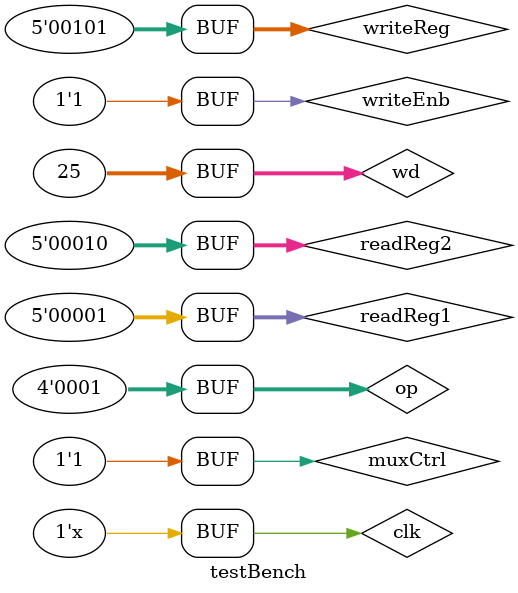
<source format=v>
module mux(inA, inB, sel, out);

input wire [31:0] inA, inB;
input wire sel;
output reg [31:0] out;

always @(sel, inA, inB)
begin
case(sel)

0:
	out <= inA;
1:
	out <= inB;
endcase
end


endmodule

module ALU(clk, data1, data2, op, shiftAmt, overflow, result);

input wire clk;
input wire signed [31:0] data1,data2;
input wire [3:0] op;
input wire [4:0] shiftAmt;
output reg overflow;
output reg signed [31:0] result;

wire [31:0] neg_data2;
assign neg_data2 = -data2;

parameter ADD = 4'b0000;
parameter SUB = 4'b0001;
parameter AND = 4'b0010;
parameter OR = 4'b0011;
parameter SHFT_L = 4'b0100;
parameter SHFT_R_L = 4'b0101;
parameter SHFT_R_A = 4'b0110;
parameter GREATER = 4'b0111;
parameter LESS = 4'b1000;

always @(posedge clk)
begin
case(op)

ADD: 
	begin	
	result <= data1 + data2;
	if(data1[31] == data2[31] && result[31] == ~data1[31])
	overflow <= 1'b1;
	else
	overflow <= 1'b0;
	end

SUB:
	begin
	result <= data1 + neg_data2;
	if(data1[31] == neg_data2[31] && result[31] == ~data1[31])
	overflow <= 1'b1;
	else
	overflow <= 1'b0;
	end
	
AND:
	result <= data1 & data2;

OR:
	result <= data1 | data2;

SHFT_L:
	result <= data1 << shiftAmt;

SHFT_R_L:
	result <= data1 >> shiftAmt;

SHFT_R_A:
	result <= data1 >>> shiftAmt;

GREATER:
	begin
	if(data1 > data2)
	result <= 1;
	else
	result <= 0;
	end

LESS:
	begin
	if(data1 < data2)
	result <= 1;
	else
	result <= 0;
	end

endcase
end

endmodule

module regFile(clk, readReg1, readReg2, writeReg, writeData, writeEnb, readData1, readData2);

input clk;
input [4:0] readReg1, readReg2, writeReg;
input [31:0] writeData;
input writeEnb;
output reg [31:0] readData1, readData2;
reg [31:0] memory[0:31];


always@(readReg1, readReg2)
begin
readData1 <= memory[readReg1];
readData2 <= memory[readReg2];
end


always @(posedge clk)
begin
if(writeEnb == 1)
memory[writeReg] <= writeData;
end

endmodule

module testBench();

reg clk;
reg [4:0] readReg1, readReg2, writeReg;
reg [31:0] wd;
reg muxCtrl, writeEnb;
reg [3:0] op;
reg [4:0] shiftAmt;
wire overflow;
wire signed [31:0] result;
wire [31:0] writeData,readData1,readData2;

mux mux1(wd, result, muxCtrl, writeData);
regFile memory(clk, readReg1, readReg2, writeReg, writeData, writeEnb, readData1, readData2);
ALU myALU(clk, readData1, readData2, op, shiftAmt, overflow, result);

always
#5 clk = ~clk;

initial 
begin

$monitor("reg1 = %d  reg2 = %d  op = %d  result = %d  overflow = %d",readData1, readData2, op, result, overflow);

clk <= 0;

// assign 1 in memory[0]
writeReg <= 0;
muxCtrl <= 0;
wd <= 1;
writeEnb <= 1;

#20
//assign 5 in memory[1]
writeReg <= 1;
muxCtrl <= 0;
wd <= 5;
writeEnb <= 1;

#20
//assign 8 in memory[2]
writeReg <= 2;
muxCtrl <= 0;
wd <= 8;
writeEnb <= 1;

#20
//assign 25 in memory[3]
writeReg <= 3;
muxCtrl <= 0;
wd <= 25;
writeEnb <= 1;

#20
//add memory[0] and memory[1] then assign the result in memory[4]
writeEnb <= 1;
writeReg <= 4;
muxCtrl <= 1;
readReg1 <= 0;
readReg2 <= 1;
op <= 0;

#20
//sub memory[2] from memory[1] then assign the result in memory[5]
writeEnb <= 1;
writeReg <= 5;
muxCtrl <= 1;
readReg1 <= 1;
readReg2 <= 2;
op <= 1;


end

endmodule

</source>
